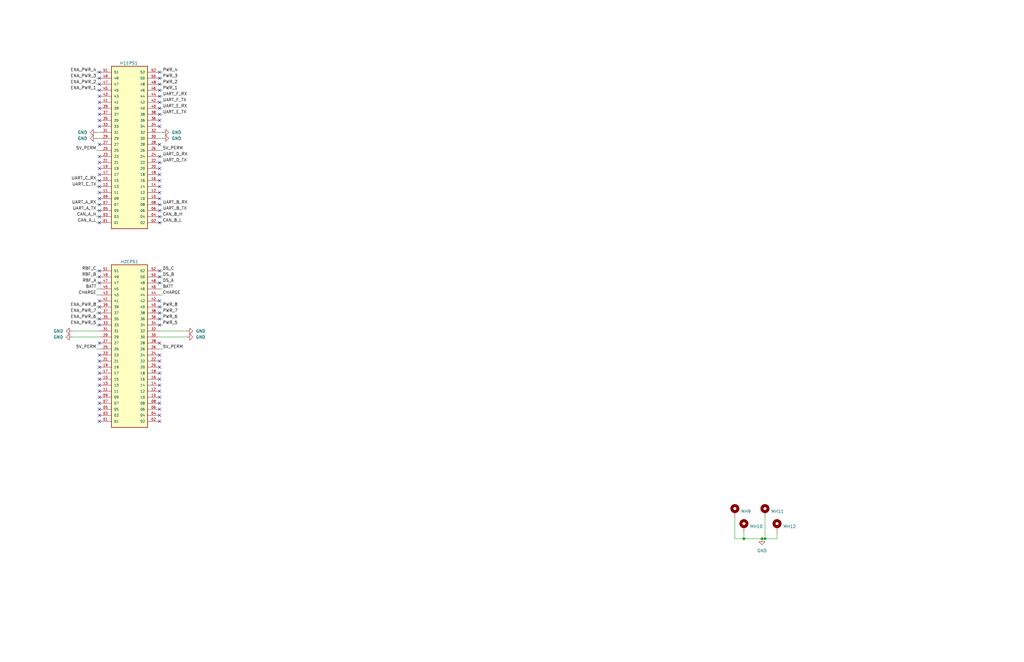
<source format=kicad_sch>
(kicad_sch (version 20250114) (generator "eeschema") (generator_version "9.0")
  (paper "USLedger")
  (title_block (title "HEDGE2 Avionics") (date "2025-06-27") (rev "V0.8") (company "University of Virginia") (comment 1 "Department of Mechanical and Aerospace Engineering"))
  (lib_symbols
    (symbol "ESQ-126-39-G-D:ESQ-126-39-G-D" (pin_names (offset 1.016))
      (property "Reference" "J" (at -8.12 35.56 0))
      (property "Value" "ESQ-126-39-G-D" (at -7.62 -35.56 0))
      (symbol "ESQ-126-39-G-D_0_0"
        (rectangle (start -7.62 -33.02) (end 7.62 35.56) (stroke (width 0.254)) (fill (type background)))
        (pin passive line (at -12.7 33.02 0) (length 5.08) (name "01") (number "01"))
        (pin passive line (at -12.7 30.48 0) (length 5.08) (name "03") (number "03"))
        (pin passive line (at -12.7 27.94 0) (length 5.08) (name "05") (number "05"))
        (pin passive line (at -12.7 25.4 0) (length 5.08) (name "07") (number "07"))
        (pin passive line (at -12.7 22.86 0) (length 5.08) (name "09") (number "09"))
        (pin passive line (at -12.7 20.32 0) (length 5.08) (name "11") (number "11"))
        (pin passive line (at -12.7 17.78 0) (length 5.08) (name "13") (number "13"))
        (pin passive line (at -12.7 15.24 0) (length 5.08) (name "15") (number "15"))
        (pin passive line (at -12.7 12.7 0) (length 5.08) (name "17") (number "17"))
        (pin passive line (at -12.7 10.16 0) (length 5.08) (name "19") (number "19"))
        (pin passive line (at -12.7 7.62 0) (length 5.08) (name "21") (number "21"))
        (pin passive line (at -12.7 5.08 0) (length 5.08) (name "23") (number "23"))
        (pin passive line (at -12.7 2.54 0) (length 5.08) (name "25") (number "25"))
        (pin passive line (at -12.7 0 0) (length 5.08) (name "27") (number "27"))
        (pin passive line (at -12.7 -2.54 0) (length 5.08) (name "29") (number "29"))
        (pin passive line (at -12.7 -5.08 0) (length 5.08) (name "31") (number "31"))
        (pin passive line (at -12.7 -7.62 0) (length 5.08) (name "33") (number "33"))
        (pin passive line (at -12.7 -10.16 0) (length 5.08) (name "35") (number "35"))
        (pin passive line (at -12.7 -12.7 0) (length 5.08) (name "37") (number "37"))
        (pin passive line (at -12.7 -15.24 0) (length 5.08) (name "39") (number "39"))
        (pin passive line (at -12.7 -17.78 0) (length 5.08) (name "41") (number "41"))
        (pin passive line (at -12.7 -20.32 0) (length 5.08) (name "43") (number "43"))
        (pin passive line (at -12.7 -22.86 0) (length 5.08) (name "45") (number "45"))
        (pin passive line (at -12.7 -25.4 0) (length 5.08) (name "47") (number "47"))
        (pin passive line (at -12.7 -27.94 0) (length 5.08) (name "49") (number "49"))
        (pin passive line (at -12.7 -30.48 0) (length 5.08) (name "51") (number "51"))
        (pin passive line (at 12.7 33.02 180) (length 5.08) (name "02") (number "02"))
        (pin passive line (at 12.7 30.48 180) (length 5.08) (name "04") (number "04"))
        (pin passive line (at 12.7 27.94 180) (length 5.08) (name "06") (number "06"))
        (pin passive line (at 12.7 25.4 180) (length 5.08) (name "08") (number "08"))
        (pin passive line (at 12.7 22.86 180) (length 5.08) (name "10") (number "10"))
        (pin passive line (at 12.7 20.32 180) (length 5.08) (name "12") (number "12"))
        (pin passive line (at 12.7 17.78 180) (length 5.08) (name "14") (number "14"))
        (pin passive line (at 12.7 15.24 180) (length 5.08) (name "16") (number "16"))
        (pin passive line (at 12.7 12.7 180) (length 5.08) (name "18") (number "18"))
        (pin passive line (at 12.7 10.16 180) (length 5.08) (name "20") (number "20"))
        (pin passive line (at 12.7 7.62 180) (length 5.08) (name "22") (number "22"))
        (pin passive line (at 12.7 5.08 180) (length 5.08) (name "24") (number "24"))
        (pin passive line (at 12.7 2.54 180) (length 5.08) (name "26") (number "26"))
        (pin passive line (at 12.7 0 180) (length 5.08) (name "28") (number "28"))
        (pin passive line (at 12.7 -2.54 180) (length 5.08) (name "30") (number "30"))
        (pin passive line (at 12.7 -5.08 180) (length 5.08) (name "32") (number "32"))
        (pin passive line (at 12.7 -7.62 180) (length 5.08) (name "34") (number "34"))
        (pin passive line (at 12.7 -10.16 180) (length 5.08) (name "36") (number "36"))
        (pin passive line (at 12.7 -12.7 180) (length 5.08) (name "38") (number "38"))
        (pin passive line (at 12.7 -15.24 180) (length 5.08) (name "40") (number "40"))
        (pin passive line (at 12.7 -17.78 180) (length 5.08) (name "42") (number "42"))
        (pin passive line (at 12.7 -20.32 180) (length 5.08) (name "44") (number "44"))
        (pin passive line (at 12.7 -22.86 180) (length 5.08) (name "46") (number "46"))
        (pin passive line (at 12.7 -25.4 180) (length 5.08) (name "48") (number "48"))
        (pin passive line (at 12.7 -27.94 180) (length 5.08) (name "50") (number "50"))
        (pin passive line (at 12.7 -30.48 180) (length 5.08) (name "52") (number "52"))
      )
    )
    (symbol "ESQ-126-39-G-D_1" (pin_names (offset 1.016))
      (property "Reference" "J" (at -8.12 35.56 0))
      (property "Value" "ESQ-126-39-G-D" (at -7.62 -35.56 0))
      (symbol "ESQ-126-39-G-D_1_0_0"
        (rectangle (start -7.62 -33.02) (end 7.62 35.56) (stroke (width 0.254)) (fill (type background)))
        (pin passive line (at -12.7 33.02 0) (length 5.08) (name "01") (number "01"))
        (pin passive line (at -12.7 30.48 0) (length 5.08) (name "03") (number "03"))
        (pin passive line (at -12.7 27.94 0) (length 5.08) (name "05") (number "05"))
        (pin passive line (at -12.7 25.4 0) (length 5.08) (name "07") (number "07"))
        (pin passive line (at -12.7 22.86 0) (length 5.08) (name "09") (number "09"))
        (pin passive line (at -12.7 20.32 0) (length 5.08) (name "11") (number "11"))
        (pin passive line (at -12.7 17.78 0) (length 5.08) (name "13") (number "13"))
        (pin passive line (at -12.7 15.24 0) (length 5.08) (name "15") (number "15"))
        (pin passive line (at -12.7 12.7 0) (length 5.08) (name "17") (number "17"))
        (pin passive line (at -12.7 10.16 0) (length 5.08) (name "19") (number "19"))
        (pin passive line (at -12.7 7.62 0) (length 5.08) (name "21") (number "21"))
        (pin passive line (at -12.7 5.08 0) (length 5.08) (name "23") (number "23"))
        (pin passive line (at -12.7 2.54 0) (length 5.08) (name "25") (number "25"))
        (pin passive line (at -12.7 0 0) (length 5.08) (name "27") (number "27"))
        (pin passive line (at -12.7 -2.54 0) (length 5.08) (name "29") (number "29"))
        (pin passive line (at -12.7 -5.08 0) (length 5.08) (name "31") (number "31"))
        (pin passive line (at -12.7 -7.62 0) (length 5.08) (name "33") (number "33"))
        (pin passive line (at -12.7 -10.16 0) (length 5.08) (name "35") (number "35"))
        (pin passive line (at -12.7 -12.7 0) (length 5.08) (name "37") (number "37"))
        (pin passive line (at -12.7 -15.24 0) (length 5.08) (name "39") (number "39"))
        (pin passive line (at -12.7 -17.78 0) (length 5.08) (name "41") (number "41"))
        (pin passive line (at -12.7 -20.32 0) (length 5.08) (name "43") (number "43"))
        (pin passive line (at -12.7 -22.86 0) (length 5.08) (name "45") (number "45"))
        (pin passive line (at -12.7 -25.4 0) (length 5.08) (name "47") (number "47"))
        (pin passive line (at -12.7 -27.94 0) (length 5.08) (name "49") (number "49"))
        (pin passive line (at -12.7 -30.48 0) (length 5.08) (name "51") (number "51"))
        (pin passive line (at 12.7 33.02 180) (length 5.08) (name "02") (number "02"))
        (pin passive line (at 12.7 30.48 180) (length 5.08) (name "04") (number "04"))
        (pin passive line (at 12.7 27.94 180) (length 5.08) (name "06") (number "06"))
        (pin passive line (at 12.7 25.4 180) (length 5.08) (name "08") (number "08"))
        (pin passive line (at 12.7 22.86 180) (length 5.08) (name "10") (number "10"))
        (pin passive line (at 12.7 20.32 180) (length 5.08) (name "12") (number "12"))
        (pin passive line (at 12.7 17.78 180) (length 5.08) (name "14") (number "14"))
        (pin passive line (at 12.7 15.24 180) (length 5.08) (name "16") (number "16"))
        (pin passive line (at 12.7 12.7 180) (length 5.08) (name "18") (number "18"))
        (pin passive line (at 12.7 10.16 180) (length 5.08) (name "20") (number "20"))
        (pin passive line (at 12.7 7.62 180) (length 5.08) (name "22") (number "22"))
        (pin passive line (at 12.7 5.08 180) (length 5.08) (name "24") (number "24"))
        (pin passive line (at 12.7 2.54 180) (length 5.08) (name "26") (number "26"))
        (pin passive line (at 12.7 0 180) (length 5.08) (name "28") (number "28"))
        (pin passive line (at 12.7 -2.54 180) (length 5.08) (name "30") (number "30"))
        (pin passive line (at 12.7 -5.08 180) (length 5.08) (name "32") (number "32"))
        (pin passive line (at 12.7 -7.62 180) (length 5.08) (name "34") (number "34"))
        (pin passive line (at 12.7 -10.16 180) (length 5.08) (name "36") (number "36"))
        (pin passive line (at 12.7 -12.7 180) (length 5.08) (name "38") (number "38"))
        (pin passive line (at 12.7 -15.24 180) (length 5.08) (name "40") (number "40"))
        (pin passive line (at 12.7 -17.78 180) (length 5.08) (name "42") (number "42"))
        (pin passive line (at 12.7 -20.32 180) (length 5.08) (name "44") (number "44"))
        (pin passive line (at 12.7 -22.86 180) (length 5.08) (name "46") (number "46"))
        (pin passive line (at 12.7 -25.4 180) (length 5.08) (name "48") (number "48"))
        (pin passive line (at 12.7 -27.94 180) (length 5.08) (name "50") (number "50"))
        (pin passive line (at 12.7 -30.48 180) (length 5.08) (name "52") (number "52"))
      )
    )
    (symbol "Mechanical:MountingHole_Pad" (pin_numbers (hide yes)) (pin_names (offset 1.016) (hide yes)) (exclude_from_sim yes) (in_bom no)
      (property "Reference" "H" (at 0 6.35 0))
      (property "Value" "MountingHole_Pad" (at 0 4.445 0))
      (symbol "MountingHole_Pad_0_1"
        (circle (center 0 1.27) (radius 1.27) (stroke (width 1.27)))
      )
      (symbol "MountingHole_Pad_1_1"
        (pin input line (at 0 -2.54 90) (length 2.54) (name "1") (number "1"))
      )
    )
    (symbol "power:GND" (power) (pin_numbers (hide yes)) (pin_names (offset 0) (hide yes))
      (property "Value" "GND" (at 0 -3.81 0))
      (symbol "GND_0_1"
        (polyline (pts (xy 0 0) (xy 0 -1.27) (xy 1.27 -1.27) (xy 0 -2.54) (xy -1.27 -1.27) (xy 0 -1.27)))
      )
      (symbol "GND_1_1"
        (pin power_in line (at 0 0 270) (length 0) (name "~") (number "1"))
      )
    )
  )
  (junction (at 321.31 227.33))
  (junction (at 322.58 227.33))
  (junction (at 313.69 227.33))
  (no_connect (at 67.31 177.8))
  (no_connect (at 67.31 172.72))
  (no_connect (at 41.91 170.18))
  (no_connect (at 67.31 162.56))
  (no_connect (at 67.31 116.84))
  (no_connect (at 67.31 170.18))
  (no_connect (at 41.91 81.28))
  (no_connect (at 67.31 73.66))
  (no_connect (at 41.91 60.96))
  (no_connect (at 41.91 66.04))
  (no_connect (at 41.91 129.54))
  (no_connect (at 67.31 114.3))
  (no_connect (at 67.31 134.62))
  (no_connect (at 41.91 71.12))
  (no_connect (at 67.31 129.54))
  (no_connect (at 67.31 48.26))
  (no_connect (at 41.91 45.72))
  (no_connect (at 41.91 40.64))
  (no_connect (at 41.91 53.34))
  (no_connect (at 67.31 66.04))
  (no_connect (at 67.31 45.72))
  (no_connect (at 67.31 144.78))
  (no_connect (at 41.91 132.08))
  (no_connect (at 41.91 160.02))
  (no_connect (at 67.31 78.74))
  (no_connect (at 41.91 83.82))
  (no_connect (at 67.31 157.48))
  (no_connect (at 41.91 88.9))
  (no_connect (at 67.31 160.02))
  (no_connect (at 41.91 43.18))
  (no_connect (at 67.31 132.08))
  (no_connect (at 41.91 175.26))
  (no_connect (at 41.91 134.62))
  (no_connect (at 41.91 78.74))
  (no_connect (at 67.31 81.28))
  (no_connect (at 41.91 48.26))
  (no_connect (at 67.31 88.9))
  (no_connect (at 41.91 149.86))
  (no_connect (at 67.31 149.86))
  (no_connect (at 41.91 165.1))
  (no_connect (at 41.91 38.1))
  (no_connect (at 67.31 30.48))
  (no_connect (at 67.31 119.38))
  (no_connect (at 41.91 137.16))
  (no_connect (at 67.31 50.8))
  (no_connect (at 67.31 60.96))
  (no_connect (at 41.91 76.2))
  (no_connect (at 41.91 157.48))
  (no_connect (at 41.91 162.56))
  (no_connect (at 67.31 43.18))
  (no_connect (at 67.31 71.12))
  (no_connect (at 41.91 114.3))
  (no_connect (at 67.31 35.56))
  (no_connect (at 41.91 172.72))
  (no_connect (at 67.31 167.64))
  (no_connect (at 67.31 33.02))
  (no_connect (at 67.31 127))
  (no_connect (at 67.31 93.98))
  (no_connect (at 67.31 68.58))
  (no_connect (at 41.91 144.78))
  (no_connect (at 41.91 73.66))
  (no_connect (at 41.91 152.4))
  (no_connect (at 41.91 116.84))
  (no_connect (at 41.91 68.58))
  (no_connect (at 41.91 30.48))
  (no_connect (at 41.91 86.36))
  (no_connect (at 67.31 165.1))
  (no_connect (at 41.91 177.8))
  (no_connect (at 41.91 127))
  (no_connect (at 67.31 38.1))
  (no_connect (at 67.31 40.64))
  (no_connect (at 41.91 91.44))
  (no_connect (at 41.91 93.98))
  (no_connect (at 41.91 167.64))
  (no_connect (at 67.31 76.2))
  (no_connect (at 41.91 119.38))
  (no_connect (at 67.31 91.44))
  (no_connect (at 67.31 86.36))
  (no_connect (at 67.31 175.26))
  (no_connect (at 41.91 33.02))
  (no_connect (at 41.91 50.8))
  (no_connect (at 67.31 152.4))
  (no_connect (at 67.31 53.34))
  (no_connect (at 67.31 83.82))
  (no_connect (at 41.91 35.56))
  (no_connect (at 67.31 154.94))
  (no_connect (at 67.31 137.16))
  (no_connect (at 41.91 154.94))
  (wire (pts (xy 67.31 91.44) (xy 68.58 91.44)))
  (wire (pts (xy 67.31 35.56) (xy 68.58 35.56)))
  (wire (pts (xy 40.64 132.08) (xy 41.91 132.08)))
  (wire (pts (xy 67.31 68.58) (xy 68.58 68.58)))
  (wire (pts (xy 40.64 114.3) (xy 41.91 114.3)))
  (wire (pts (xy 67.31 43.18) (xy 68.58 43.18)))
  (wire (pts (xy 67.31 147.32) (xy 68.58 147.32)))
  (wire (pts (xy 30.48 142.24) (xy 41.91 142.24)))
  (wire (pts (xy 67.31 86.36) (xy 68.58 86.36)))
  (wire (pts (xy 40.64 137.16) (xy 41.91 137.16)))
  (wire (pts (xy 67.31 30.48) (xy 68.58 30.48)))
  (wire (pts (xy 40.64 93.98) (xy 41.91 93.98)))
  (wire (pts (xy 67.31 38.1) (xy 68.58 38.1)))
  (wire (pts (xy 67.31 137.16) (xy 68.58 137.16)))
  (wire (pts (xy 327.66 224.79) (xy 327.66 227.33)))
  (wire (pts (xy 67.31 134.62) (xy 68.58 134.62)))
  (wire (pts (xy 40.64 58.42) (xy 41.91 58.42)))
  (wire (pts (xy 67.31 45.72) (xy 68.58 45.72)))
  (wire (pts (xy 40.64 55.88) (xy 41.91 55.88)))
  (wire (pts (xy 67.31 40.64) (xy 68.58 40.64)))
  (wire (pts (xy 67.31 48.26) (xy 68.58 48.26)))
  (wire (pts (xy 67.31 66.04) (xy 68.58 66.04)))
  (wire (pts (xy 313.69 227.33) (xy 321.31 227.33)))
  (wire (pts (xy 322.58 218.44) (xy 322.58 227.33)))
  (wire (pts (xy 67.31 119.38) (xy 68.58 119.38)))
  (wire (pts (xy 40.64 147.32) (xy 41.91 147.32)))
  (wire (pts (xy 68.58 58.42) (xy 67.31 58.42)))
  (wire (pts (xy 40.64 121.92) (xy 41.91 121.92)))
  (wire (pts (xy 40.64 116.84) (xy 41.91 116.84)))
  (wire (pts (xy 322.58 227.33) (xy 321.31 227.33)))
  (wire (pts (xy 313.69 224.79) (xy 313.69 227.33)))
  (wire (pts (xy 40.64 119.38) (xy 41.91 119.38)))
  (wire (pts (xy 67.31 88.9) (xy 68.58 88.9)))
  (wire (pts (xy 40.64 91.44) (xy 41.91 91.44)))
  (wire (pts (xy 40.64 124.46) (xy 41.91 124.46)))
  (wire (pts (xy 309.88 227.33) (xy 313.69 227.33)))
  (wire (pts (xy 40.64 63.5) (xy 41.91 63.5)))
  (wire (pts (xy 67.31 121.92) (xy 68.58 121.92)))
  (wire (pts (xy 40.64 76.2) (xy 41.91 76.2)))
  (wire (pts (xy 67.31 139.7) (xy 78.74 139.7)))
  (wire (pts (xy 67.31 124.46) (xy 68.58 124.46)))
  (wire (pts (xy 68.58 55.88) (xy 67.31 55.88)))
  (wire (pts (xy 67.31 63.5) (xy 68.58 63.5)))
  (wire (pts (xy 327.66 227.33) (xy 322.58 227.33)))
  (wire (pts (xy 67.31 129.54) (xy 68.58 129.54)))
  (wire (pts (xy 40.64 33.02) (xy 41.91 33.02)))
  (wire (pts (xy 67.31 142.24) (xy 78.74 142.24)))
  (wire (pts (xy 67.31 93.98) (xy 68.58 93.98)))
  (wire (pts (xy 309.88 218.44) (xy 309.88 227.33)))
  (wire (pts (xy 67.31 33.02) (xy 68.58 33.02)))
  (wire (pts (xy 40.64 134.62) (xy 41.91 134.62)))
  (wire (pts (xy 67.31 116.84) (xy 68.58 116.84)))
  (wire (pts (xy 40.64 38.1) (xy 41.91 38.1)))
  (wire (pts (xy 30.48 139.7) (xy 41.91 139.7)))
  (wire (pts (xy 40.64 86.36) (xy 41.91 86.36)))
  (wire (pts (xy 40.64 78.74) (xy 41.91 78.74)))
  (wire (pts (xy 40.64 35.56) (xy 41.91 35.56)))
  (wire (pts (xy 67.31 114.3) (xy 68.58 114.3)))
  (wire (pts (xy 40.64 88.9) (xy 41.91 88.9)))
  (wire (pts (xy 40.64 129.54) (xy 41.91 129.54)))
  (wire (pts (xy 40.64 30.48) (xy 41.91 30.48)))
  (wire (pts (xy 67.31 132.08) (xy 68.58 132.08)))
  (label "UART_F_TX" (at 68.58 43.18 0))
  (label "5V_PERM" (at 68.58 63.5 0))
  (label "5V_PERM" (at 40.64 147.32 180))
  (label "UART_E_RX" (at 68.58 45.72 0))
  (label "DS_B" (at 68.58 116.84 0))
  (label "CAN_A_H" (at 40.64 91.44 180))
  (label "BATT" (at 68.58 121.92 0))
  (label "UART_E_TX" (at 68.58 48.26 0))
  (label "RBF_C" (at 40.64 114.3 180))
  (label "PWR_8" (at 68.58 129.54 0))
  (label "UART_D_TX" (at 68.58 68.58 0))
  (label "PWR_2" (at 68.58 35.56 0))
  (label "PWR_5" (at 68.58 137.16 0))
  (label "RBF_B" (at 40.64 116.84 180))
  (label "UART_D_RX" (at 68.58 66.04 0))
  (label "CHARGE" (at 40.64 124.46 180))
  (label "ENA_PWR_1" (at 40.64 38.1 180))
  (label "5V_PERM" (at 40.64 63.5 180))
  (label "RBF_A" (at 40.64 119.38 180))
  (label "UART_F_RX" (at 68.58 40.64 0))
  (label "ENA_PWR_8" (at 40.64 129.54 180))
  (label "PWR_4" (at 68.58 30.48 0))
  (label "CAN_B_H" (at 68.58 91.44 0))
  (label "ENA_PWR_5" (at 40.64 137.16 180))
  (label "ENA_PWR_6" (at 40.64 134.62 180))
  (label "UART_A_TX" (at 40.64 88.9 180))
  (label "PWR_1" (at 68.58 38.1 0))
  (label "PWR_6" (at 68.58 134.62 0))
  (label "BATT" (at 40.64 121.92 180))
  (label "ENA_PWR_7" (at 40.64 132.08 180))
  (label "DS_C" (at 68.58 114.3 0))
  (label "PWR_7" (at 68.58 132.08 0))
  (label "UART_C_RX" (at 40.64 76.2 180))
  (label "CAN_A_L" (at 40.64 93.98 180))
  (label "UART_B_TX" (at 68.58 88.9 0))
  (label "PWR_3" (at 68.58 33.02 0))
  (label "UART_B_RX" (at 68.58 86.36 0))
  (label "CAN_B_L" (at 68.58 93.98 0))
  (label "5V_PERM" (at 68.58 147.32 0))
  (label "ENA_PWR_4" (at 40.64 30.48 180))
  (label "UART_C_TX" (at 40.64 78.74 180))
  (label "ENA_PWR_2" (at 40.64 35.56 180))
  (label "DS_A" (at 68.58 119.38 0))
  (label "CHARGE" (at 68.58 124.46 0))
  (label "UART_A_RX" (at 40.64 86.36 180))
  (label "ENA_PWR_3" (at 40.64 33.02 180))
  (symbol (lib_id "power:GND") (at 30.48 139.7 270) (mirror x) (unit 1)
    (property "Reference" "#PWR056" (effects (hide yes)))
    (property "Value" "GND" (at 26.67 139.7001 90) (effects (justify right)))
    (property "Description" "Power symbol creates a global label with name \"GND\" , ground" (effects (hide yes)))
  )
  (symbol (lib_id "power:GND") (at 68.58 55.88 90) (mirror x) (unit 1)
    (property "Reference" "#PWR060" (effects (hide yes)))
    (property "Value" "GND" (at 72.39 55.8801 90) (effects (justify right)))
    (property "Description" "Power symbol creates a global label with name \"GND\" , ground" (effects (hide yes)))
  )
  (symbol (lib_id "Mechanical:MountingHole_Pad") (at 322.58 215.9 0) (unit 1)
    (property "Reference" "MH11" (at 325.12 215.8238 0) (effects (justify left)))
    (property "Value" "MountingHole_Pad" (effects (hide yes)))
    (property "Footprint" "MountingHole:MountingHole_3.2mm_M3_Pad_Via" (effects (hide yes)))
  )
  (symbol (lib_id "Mechanical:MountingHole_Pad") (at 309.88 215.9 0) (unit 1)
    (property "Reference" "MH9" (at 312.42 215.8238 0) (effects (justify left)))
    (property "Value" "MountingHole_Pad" (effects (hide yes)))
    (property "Footprint" "MountingHole:MountingHole_3.2mm_M3_Pad_Via" (effects (hide yes)))
  )
  (symbol (lib_id "power:GND") (at 68.58 58.42 90) (mirror x) (unit 1)
    (property "Reference" "#PWR061" (effects (hide yes)))
    (property "Value" "GND" (at 72.39 58.4201 90) (effects (justify right)))
    (property "Description" "Power symbol creates a global label with name \"GND\" , ground" (effects (hide yes)))
  )
  (symbol (lib_id "power:GND") (at 78.74 142.24 90) (mirror x) (unit 1)
    (property "Reference" "#PWR063" (effects (hide yes)))
    (property "Value" "GND" (at 82.55 142.2401 90) (effects (justify right)))
    (property "Description" "Power symbol creates a global label with name \"GND\" , ground" (effects (hide yes)))
  )
  (symbol (lib_id "power:GND") (at 78.74 139.7 90) (mirror x) (unit 1)
    (property "Reference" "#PWR062" (effects (hide yes)))
    (property "Value" "GND" (at 82.55 139.7001 90) (effects (justify right)))
    (property "Description" "Power symbol creates a global label with name \"GND\" , ground" (effects (hide yes)))
  )
  (symbol (lib_name "ESQ-126-39-G-D_1") (lib_id "ESQ-126-39-G-D:ESQ-126-39-G-D") (at 54.61 144.78 0) (mirror x) (unit 1)
    (property "Reference" "H2EPS1" (at 54.61 110.49 0))
    (property "Value" "Conn_02x26_Odd_Even" (effects (hide yes)))
    (property "Footprint" "ESQ-126-39-G-D:SAMTEC_ESQ-126-39-G-D" (effects (hide yes)))
    (property "Description" ".100\" PC/104 Elevated Socket Strip,  positions per row,  row" (effects (hide yes)))
    (property "Manufacturer_Name" "SAMTEC" (effects (hide yes)))
    (property "Manufacturer_Part_Number" "ESQ-126-39-G-D" (effects (hide yes)))
    (property "Mouser Part Number" "200-ESQ12639GD" (effects (hide yes)))
    (property "Mouser Price/Stock" "https://www.mouser.co.uk/ProductDetail/Samtec/ESQ-126-39-G-D?qs=Cqqh%252BS766wm7W672HSOlSA%3D%3D" (effects (hide yes)))
    (property "Arrow Price/Stock" "https://www.arrow.com/en/products/esq-126-39-g-d/samtec?region=nac" (effects (hide yes)))
    (property "DigiKey Part Number" "ESQ-126-39-G-D" (effects (hide yes)))
    (property "Arrow Part Number" "ESQ-126-39-G-D" (effects (hide yes)))
    (property "PARTREV" "R" (effects (hide yes)))
    (property "STANDARD" "Manufacturer Recommendations" (effects (hide yes)))
    (property "MANUFACTURER" "Samtec" (effects (hide yes)))
  )
  (symbol (lib_id "power:GND") (at 30.48 142.24 270) (mirror x) (unit 1)
    (property "Reference" "#PWR057" (effects (hide yes)))
    (property "Value" "GND" (at 26.67 142.2401 90) (effects (justify right)))
    (property "Description" "Power symbol creates a global label with name \"GND\" , ground" (effects (hide yes)))
  )
  (symbol (lib_id "power:GND") (at 40.64 55.88 270) (mirror x) (unit 1)
    (property "Reference" "#PWR058" (effects (hide yes)))
    (property "Value" "GND" (at 36.83 55.8801 90) (effects (justify right)))
    (property "Description" "Power symbol creates a global label with name \"GND\" , ground" (effects (hide yes)))
  )
  (symbol (lib_id "power:GND") (at 40.64 58.42 270) (mirror x) (unit 1)
    (property "Reference" "#PWR059" (effects (hide yes)))
    (property "Value" "GND" (at 36.83 58.4201 90) (effects (justify right)))
    (property "Description" "Power symbol creates a global label with name \"GND\" , ground" (effects (hide yes)))
  )
  (symbol (lib_id "power:GND") (at 321.31 227.33 0) (unit 1)
    (property "Reference" "#PWR064" (effects (hide yes)))
    (property "Value" "GND" (at 321.31 232.41 0))
    (property "Description" "Power symbol creates a global label with name \"GND\" , ground" (effects (hide yes)))
  )
  (symbol (lib_id "Mechanical:MountingHole_Pad") (at 327.66 222.25 0) (unit 1)
    (property "Reference" "MH12" (at 330.2 222.1738 0) (effects (justify left)))
    (property "Value" "MountingHole_Pad" (effects (hide yes)))
    (property "Footprint" "MountingHole:MountingHole_3.2mm_M3_Pad_Via" (effects (hide yes)))
  )
  (symbol (lib_id "ESQ-126-39-G-D:ESQ-126-39-G-D") (at 54.61 60.96 0) (mirror x) (unit 1)
    (property "Reference" "H1EPS1" (at 54.356 26.67 0))
    (property "Value" "Conn_02x26_Odd_Even" (effects (hide yes)))
    (property "Footprint" "ESQ-126-39-G-D:SAMTEC_ESQ-126-39-G-D" (effects (hide yes)))
    (property "Description" ".100\" PC/104 Elevated Socket Strip,  positions per row,  row" (effects (hide yes)))
    (property "Manufacturer_Name" "SAMTEC" (effects (hide yes)))
    (property "Manufacturer_Part_Number" "ESQ-126-39-G-D" (effects (hide yes)))
    (property "Mouser Part Number" "200-ESQ12639GD" (effects (hide yes)))
    (property "Mouser Price/Stock" "https://www.mouser.co.uk/ProductDetail/Samtec/ESQ-126-39-G-D?qs=Cqqh%252BS766wm7W672HSOlSA%3D%3D" (effects (hide yes)))
    (property "Arrow Price/Stock" "https://www.arrow.com/en/products/esq-126-39-g-d/samtec?region=nac" (effects (hide yes)))
    (property "DigiKey Part Number" "ESQ-126-39-G-D" (effects (hide yes)))
    (property "Arrow Part Number" "ESQ-126-39-G-D" (effects (hide yes)))
    (property "PARTREV" "R" (effects (hide yes)))
    (property "STANDARD" "Manufacturer Recommendations" (effects (hide yes)))
    (property "MANUFACTURER" "Samtec" (effects (hide yes)))
  )
  (symbol (lib_id "Mechanical:MountingHole_Pad") (at 313.69 222.25 0) (unit 1)
    (property "Reference" "MH10" (at 316.23 222.1738 0) (effects (justify left)))
    (property "Value" "MountingHole_Pad" (effects (hide yes)))
    (property "Footprint" "MountingHole:MountingHole_3.2mm_M3_Pad_Via" (effects (hide yes)))
  )
)
</source>
